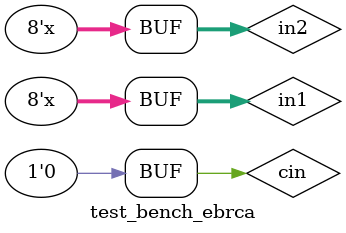
<source format=v>
module test_bench_ebrca;

reg[7:0] in1;
reg[7:0] in2;
wire[8:0] s; 
reg cin;

EBRCA ebrca0(in1, in2, cin, s[7:0], s[8] );
initial begin
    in1 = 8'b00000000;
    in2 = 8'b00000000;
    cin = 1'b0;
end
always begin
   #10 in1 = in1 + 1'b1;
   #2560 in2 = in2 + 1'b1;
end
endmodule

</source>
